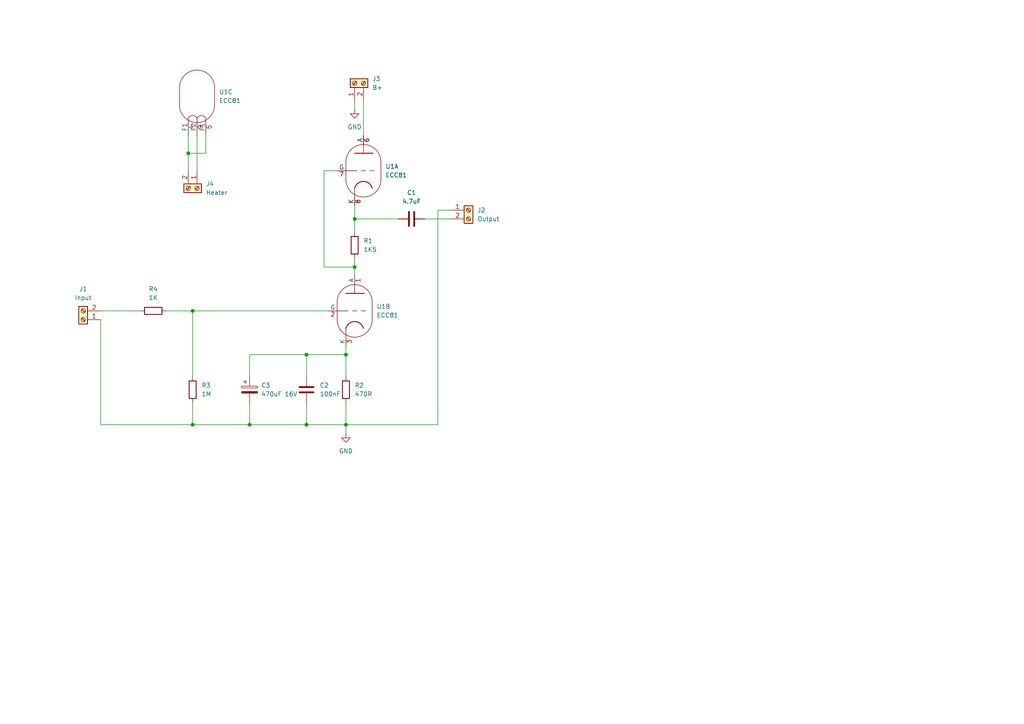
<source format=kicad_sch>
(kicad_sch (version 20231120) (generator "eeschema") (generator_version "8.0")
  (paper "A4")
  (lib_symbols
    (symbol "Connector:Screw_Terminal_01x02" (pin_names (offset 1.016) hide)
      (property "Reference" "J" (at 0 2.54 0))
      (property "Value" "Screw_Terminal_01x02" (at 0 -5.08 0))
      (symbol "Screw_Terminal_01x02_1_1"
        (rectangle (start -1.27 1.27) (end 1.27 -3.81) (stroke (width 0.254)) (fill (type background)))
        (circle (center 0 -2.54) (radius 0.635) (stroke (width 0.1524)))
        (polyline (pts (xy -0.5334 -2.2098) (xy 0.3302 -3.048)) (stroke (width 0.1524)))
        (polyline (pts (xy -0.5334 0.3302) (xy 0.3302 -0.508)) (stroke (width 0.1524)))
        (polyline (pts (xy -0.3556 -2.032) (xy 0.508 -2.8702)) (stroke (width 0.1524)))
        (polyline (pts (xy -0.3556 0.508) (xy 0.508 -0.3302)) (stroke (width 0.1524)))
        (circle (center 0 0) (radius 0.635) (stroke (width 0.1524)))
        (pin passive line (at -5.08 0 0) (length 3.81) (name "Pin_1") (number "1"))
        (pin passive line (at -5.08 -2.54 0) (length 3.81) (name "Pin_2") (number "2"))
      )
    )
    (symbol "Device:C" (pin_numbers hide) (pin_names (offset 0.254))
      (property "Reference" "C" (at 0.635 2.54 0))
      (property "Value" "C" (at 0.635 -2.54 0))
      (symbol "C_0_1"
        (polyline (pts (xy -2.032 -0.762) (xy 2.032 -0.762)) (stroke (width 0.508)))
        (polyline (pts (xy -2.032 0.762) (xy 2.032 0.762)) (stroke (width 0.508)))
      )
      (symbol "C_1_1"
        (pin passive line (at 0 3.81 270) (length 2.794) (name "~") (number "1"))
        (pin passive line (at 0 -3.81 90) (length 2.794) (name "~") (number "2"))
      )
    )
    (symbol "Device:C_Polarized" (pin_numbers hide) (pin_names (offset 0.254))
      (property "Reference" "C" (at 0.635 2.54 0))
      (property "Value" "C_Polarized" (at 0.635 -2.54 0))
      (symbol "C_Polarized_0_1"
        (rectangle (start -2.286 0.508) (end 2.286 1.016))
        (polyline (pts (xy -1.778 2.286) (xy -0.762 2.286)))
        (polyline (pts (xy -1.27 2.794) (xy -1.27 1.778)))
        (rectangle (start 2.286 -0.508) (end -2.286 -1.016) (fill (type outline)))
      )
      (symbol "C_Polarized_1_1"
        (pin passive line (at 0 3.81 270) (length 2.794) (name "~") (number "1"))
        (pin passive line (at 0 -3.81 90) (length 2.794) (name "~") (number "2"))
      )
    )
    (symbol "Device:R" (pin_numbers hide) (pin_names (offset 0))
      (property "Reference" "R" (at 2.032 0 90))
      (property "Value" "R" (at 0 0 90))
      (symbol "R_0_1"
        (rectangle (start -1.016 -2.54) (end 1.016 2.54) (stroke (width 0.254)))
      )
      (symbol "R_1_1"
        (pin passive line (at 0 3.81 270) (length 1.27) (name "~") (number "1"))
        (pin passive line (at 0 -3.81 90) (length 1.27) (name "~") (number "2"))
      )
    )
    (symbol "Valve:ECC81" (pin_names (offset 0))
      (property "Reference" "U" (at 3.302 7.874 0))
      (property "Value" "ECC81" (at 8.89 -7.62 0))
      (symbol "ECC81_0_1"
        (arc (start -5.08 -2.54) (mid 0 -7.5979) (end 5.08 -2.54))
        (polyline (pts (xy 5.08 2.54) (xy 5.08 -2.54)))
        (polyline (pts (xy -5.08 2.54) (xy -5.08 -2.54) (xy -5.08 -2.54)))
        (arc (start 5.08 2.54) (mid 0 7.5979) (end -5.08 2.54))
      )
      (symbol "ECC81_1_0"
        (polyline (pts (xy -2.54 -5.08) (xy -2.54 -7.62)))
        (polyline (pts (xy 0 5.08) (xy 0 7.62)))
      )
      (symbol "ECC81_1_1"
        (polyline (pts (xy -5.08 0) (xy -3.175 0)))
        (polyline (pts (xy -1.905 0) (xy -3.175 0)) (stroke (width 0.1524)))
        (polyline (pts (xy -0.635 0) (xy 0.635 0)) (stroke (width 0.1524)))
        (polyline (pts (xy 1.905 0) (xy 3.175 0)) (stroke (width 0.1524)))
        (polyline (pts (xy -2.54 5.08) (xy 2.794 5.08) (xy 2.794 5.08)) (stroke (width 0.254)))
        (arc (start 2.54 -5.08) (mid 0 -3.0968) (end -2.54 -5.08) (stroke (width 0.254)))
        (pin output line (at 0 10.16 270) (length 2.54) (name "A") (number "6"))
        (pin input line (at -7.62 0 0) (length 2.54) (name "G") (number "7"))
        (pin bidirectional line (at -2.54 -10.16 90) (length 2.54) (name "K") (number "8"))
      )
      (symbol "ECC81_2_0"
        (polyline (pts (xy -2.54 -5.08) (xy -2.54 -7.62)))
        (polyline (pts (xy 0 5.08) (xy 0 7.62)))
      )
      (symbol "ECC81_2_1"
        (polyline (pts (xy -5.08 0) (xy -3.175 0)))
        (polyline (pts (xy -1.905 0) (xy -3.175 0)) (stroke (width 0.1524)))
        (polyline (pts (xy -0.635 0) (xy 0.635 0)) (stroke (width 0.1524)))
        (polyline (pts (xy 1.905 0) (xy 3.175 0)) (stroke (width 0.1524)))
        (polyline (pts (xy -2.54 5.08) (xy 2.794 5.08) (xy 2.794 5.08)) (stroke (width 0.254)))
        (arc (start 2.54 -5.08) (mid 0 -3.0968) (end -2.54 -5.08) (stroke (width 0.254)))
        (pin output line (at 0 10.16 270) (length 2.54) (name "A") (number "1"))
        (pin input line (at -7.62 0 0) (length 2.54) (name "G") (number "2"))
        (pin bidirectional line (at -2.54 -10.16 90) (length 2.54) (name "K") (number "3"))
      )
      (symbol "ECC81_3_1"
        (arc (start 0 -6.35) (mid -1.27 -5.5651) (end -2.54 -6.35))
        (arc (start 2.54 -6.35) (mid 1.27 -5.5651) (end 0 -6.35))
        (pin power_in line (at -2.54 -11.43 90) (length 5.08) (name "F1") (number "4"))
        (pin power_in line (at 2.54 -11.43 90) (length 5.08) (name "F1") (number "5"))
        (pin power_in line (at 0 -11.43 90) (length 5.08) (name "F2") (number "9"))
      )
    )
    (symbol "power:GND" (power) (pin_numbers hide) (pin_names (offset 0) hide)
      (property "Value" "GND" (at 0 -3.81 0))
      (symbol "GND_0_1"
        (polyline (pts (xy 0 0) (xy 0 -1.27) (xy 1.27 -1.27) (xy 0 -2.54) (xy -1.27 -1.27) (xy 0 -1.27)))
      )
      (symbol "GND_1_1"
        (pin power_in line (at 0 0 270) (length 0) (name "~") (number "1"))
      )
    )
  )
  (junction (at 102.87 63.5))
  (junction (at 102.87 77.47))
  (junction (at 100.33 123.19))
  (junction (at 100.33 102.87))
  (junction (at 88.9 123.19))
  (junction (at 55.88 123.19))
  (junction (at 88.9 102.87))
  (junction (at 72.39 123.19))
  (junction (at 55.88 90.17))
  (junction (at 54.61 44.45))
  (wire (pts (xy 29.21 123.19) (xy 55.88 123.19)))
  (wire (pts (xy 93.98 77.47) (xy 102.87 77.47)))
  (wire (pts (xy 100.33 123.19) (xy 127 123.19)))
  (wire (pts (xy 54.61 44.45) (xy 54.61 49.53)))
  (wire (pts (xy 97.79 49.53) (xy 93.98 49.53)))
  (wire (pts (xy 72.39 123.19) (xy 88.9 123.19)))
  (wire (pts (xy 48.26 90.17) (xy 55.88 90.17)))
  (wire (pts (xy 55.88 116.84) (xy 55.88 123.19)))
  (wire (pts (xy 100.33 123.19) (xy 100.33 125.73)))
  (wire (pts (xy 57.15 39.37) (xy 57.15 49.53)))
  (wire (pts (xy 72.39 109.22) (xy 72.39 102.87)))
  (wire (pts (xy 95.25 90.17) (xy 55.88 90.17)))
  (wire (pts (xy 29.21 92.71) (xy 29.21 123.19)))
  (wire (pts (xy 123.19 63.5) (xy 130.81 63.5)))
  (wire (pts (xy 130.81 60.96) (xy 127 60.96)))
  (wire (pts (xy 102.87 63.5) (xy 115.57 63.5)))
  (wire (pts (xy 102.87 74.93) (xy 102.87 77.47)))
  (wire (pts (xy 72.39 116.84) (xy 72.39 123.19)))
  (wire (pts (xy 88.9 116.84) (xy 88.9 123.19)))
  (wire (pts (xy 93.98 49.53) (xy 93.98 77.47)))
  (wire (pts (xy 100.33 109.22) (xy 100.33 102.87)))
  (wire (pts (xy 102.87 63.5) (xy 102.87 67.31)))
  (wire (pts (xy 127 60.96) (xy 127 123.19)))
  (wire (pts (xy 105.41 29.21) (xy 105.41 39.37)))
  (wire (pts (xy 102.87 77.47) (xy 102.87 80.01)))
  (wire (pts (xy 88.9 102.87) (xy 100.33 102.87)))
  (wire (pts (xy 102.87 29.21) (xy 102.87 31.75)))
  (wire (pts (xy 29.21 90.17) (xy 40.64 90.17)))
  (wire (pts (xy 88.9 123.19) (xy 100.33 123.19)))
  (wire (pts (xy 55.88 90.17) (xy 55.88 109.22)))
  (wire (pts (xy 88.9 109.22) (xy 88.9 102.87)))
  (wire (pts (xy 54.61 44.45) (xy 59.69 44.45)))
  (wire (pts (xy 100.33 100.33) (xy 100.33 102.87)))
  (wire (pts (xy 72.39 102.87) (xy 88.9 102.87)))
  (wire (pts (xy 54.61 39.37) (xy 54.61 44.45)))
  (wire (pts (xy 102.87 59.69) (xy 102.87 63.5)))
  (wire (pts (xy 100.33 116.84) (xy 100.33 123.19)))
  (wire (pts (xy 55.88 123.19) (xy 72.39 123.19)))
  (wire (pts (xy 59.69 39.37) (xy 59.69 44.45)))
  (symbol (lib_id "Device:C") (at 119.38 63.5 90) (unit 1)
    (property "Reference" "C1" (at 119.38 55.88 90))
    (property "Value" "4.7uF" (at 119.38 58.42 90))
    (property "Footprint" "OL Library:C_Axial_L12.0mm_D8.5mm_P15.00mm_Horizontal Fat Pad" (effects (hide yes)))
    (property "Description" "Unpolarized capacitor" (effects (hide yes)))
  )
  (symbol (lib_id "Connector:Screw_Terminal_01x02") (at 102.87 24.13 90) (unit 1)
    (property "Reference" "J3" (at 107.95 22.8599 90) (effects (justify right)))
    (property "Value" "B+" (at 107.95 25.3999 90) (effects (justify right)))
    (property "Footprint" "OL Library:TerminalBlock_Phoenix_MKDS-1,5-2_1x02_P5.00mm_Horizontal Fat Pad" (effects (hide yes)))
    (property "Description" "Generic screw terminal, single row, 01x02, script generated (kicad-library-utils/schlib/autogen/connector/)" (effects (hide yes)))
  )
  (symbol (lib_id "power:GND") (at 100.33 125.73 0) (unit 1)
    (property "Reference" "#PWR01" (effects (hide yes)))
    (property "Value" "GND" (at 100.33 130.81 0))
    (property "Description" "Power symbol creates a global label with name \"GND\" , ground" (effects (hide yes)))
  )
  (symbol (lib_id "Device:R") (at 44.45 90.17 90) (unit 1)
    (property "Reference" "R4" (at 44.45 83.82 90))
    (property "Value" "1K" (at 44.45 86.36 90))
    (property "Footprint" "OL Library:R_Axial_DIN0411_L9.9mm_D3.6mm_P12.70mm_Horizontal Fat Pad" (effects (hide yes)))
    (property "Description" "Resistor" (effects (hide yes)))
  )
  (symbol (lib_id "power:GND") (at 102.87 31.75 0) (unit 1)
    (property "Reference" "#PWR02" (effects (hide yes)))
    (property "Value" "GND" (at 102.87 36.83 0))
    (property "Description" "Power symbol creates a global label with name \"GND\" , ground" (effects (hide yes)))
  )
  (symbol (lib_id "Device:C_Polarized") (at 72.39 113.03 0) (unit 1)
    (property "Reference" "C3" (at 75.692 111.76 0) (effects (justify left)))
    (property "Value" "470uF 16V" (at 75.692 114.3 0) (effects (justify left)))
    (property "Footprint" "OL Library:CP_Axial_L37.0mm_D13.0mm_P43.00mm_Horizontal_Fat_Pad" (effects (hide yes)))
    (property "Description" "Polarized capacitor" (effects (hide yes)))
  )
  (symbol (lib_id "Connector:Screw_Terminal_01x02") (at 135.89 60.96 0) (unit 1)
    (property "Reference" "J2" (at 138.43 60.9599 0) (effects (justify left)))
    (property "Value" "Output" (at 138.43 63.4999 0) (effects (justify left)))
    (property "Footprint" "OL Library:TerminalBlock_Phoenix_MKDS-1,5-2_1x02_P5.00mm_Horizontal Fat Pad" (effects (hide yes)))
    (property "Description" "Generic screw terminal, single row, 01x02, script generated (kicad-library-utils/schlib/autogen/connector/)" (effects (hide yes)))
  )
  (symbol (lib_id "Connector:Screw_Terminal_01x02") (at 24.13 92.71 180) (unit 1)
    (property "Reference" "J1" (at 24.13 83.82 0))
    (property "Value" "Input" (at 24.13 86.36 0))
    (property "Footprint" "OL Library:TerminalBlock_Phoenix_MKDS-1,5-2_1x02_P5.00mm_Horizontal Fat Pad" (effects (hide yes)))
    (property "Description" "Generic screw terminal, single row, 01x02, script generated (kicad-library-utils/schlib/autogen/connector/)" (effects (hide yes)))
  )
  (symbol (lib_id "Device:R") (at 55.88 113.03 0) (unit 1)
    (property "Reference" "R3" (at 58.42 111.7599 0) (effects (justify left)))
    (property "Value" "1M" (at 58.42 114.2999 0) (effects (justify left)))
    (property "Footprint" "OL Library:R_Axial_DIN0411_L9.9mm_D3.6mm_P12.70mm_Horizontal Fat Pad" (effects (hide yes)))
    (property "Description" "Resistor" (effects (hide yes)))
  )
  (symbol (lib_id "Device:C") (at 88.9 113.03 0) (unit 1)
    (property "Reference" "C2" (at 92.71 111.7599 0) (effects (justify left)))
    (property "Value" "100nF" (at 92.71 114.2999 0) (effects (justify left)))
    (property "Footprint" "OL Library:C_Axial_L12.0mm_D8.5mm_P15.00mm_Horizontal Fat Pad" (effects (hide yes)))
    (property "Description" "Unpolarized capacitor" (effects (hide yes)))
  )
  (symbol (lib_id "Connector:Screw_Terminal_01x02") (at 57.15 54.61 270) (unit 1)
    (property "Reference" "J4" (at 59.69 53.3399 90) (effects (justify left)))
    (property "Value" "Heater" (at 59.69 55.8799 90) (effects (justify left)))
    (property "Footprint" "OL Library:TerminalBlock_Phoenix_MKDS-1,5-2_1x02_P5.00mm_Horizontal Fat Pad" (effects (hide yes)))
    (property "Description" "Generic screw terminal, single row, 01x02, script generated (kicad-library-utils/schlib/autogen/connector/)" (effects (hide yes)))
  )
  (symbol (lib_id "Valve:ECC81") (at 102.87 90.17 0) (unit 2)
    (property "Reference" "U1" (at 109.22 88.8999 0) (effects (justify left)))
    (property "Value" "ECC81" (at 109.22 91.4399 0) (effects (justify left)))
    (property "Footprint" "OL Library:BELTON_VT9-PT Fat Pad" (effects (hide yes)))
    (property "Datasheet" "http://www.r-type.org/pdfs/ecc81.pdf" (effects (hide yes)))
    (property "Description" "double triode" (effects (hide yes)))
  )
  (symbol (lib_id "Device:R") (at 102.87 71.12 0) (unit 1)
    (property "Reference" "R1" (at 105.41 69.8499 0) (effects (justify left)))
    (property "Value" "1K5" (at 105.41 72.3899 0) (effects (justify left)))
    (property "Footprint" "OL Library:R_Axial_DIN0411_L9.9mm_D3.6mm_P12.70mm_Horizontal Fat Pad" (effects (hide yes)))
    (property "Description" "Resistor" (effects (hide yes)))
  )
  (symbol (lib_id "Valve:ECC81") (at 57.15 27.94 0) (unit 3)
    (property "Reference" "U1" (at 63.5 26.6699 0) (effects (justify left)))
    (property "Value" "ECC81" (at 63.5 29.2099 0) (effects (justify left)))
    (property "Footprint" "OL Library:BELTON_VT9-PT Fat Pad" (effects (hide yes)))
    (property "Datasheet" "http://www.r-type.org/pdfs/ecc81.pdf" (effects (hide yes)))
    (property "Description" "double triode" (effects (hide yes)))
  )
  (symbol (lib_id "Device:R") (at 100.33 113.03 0) (unit 1)
    (property "Reference" "R2" (at 102.87 111.7599 0) (effects (justify left)))
    (property "Value" "470R" (at 102.87 114.2999 0) (effects (justify left)))
    (property "Footprint" "OL Library:R_Axial_DIN0411_L9.9mm_D3.6mm_P12.70mm_Horizontal Fat Pad" (effects (hide yes)))
    (property "Description" "Resistor" (effects (hide yes)))
  )
  (symbol (lib_id "Valve:ECC81") (at 105.41 49.53 0) (unit 1)
    (property "Reference" "U1" (at 111.76 48.2599 0) (effects (justify left)))
    (property "Value" "ECC81" (at 111.76 50.7999 0) (effects (justify left)))
    (property "Footprint" "OL Library:BELTON_VT9-PT Fat Pad" (effects (hide yes)))
    (property "Datasheet" "http://www.r-type.org/pdfs/ecc81.pdf" (effects (hide yes)))
    (property "Description" "double triode" (effects (hide yes)))
  )
)
</source>
